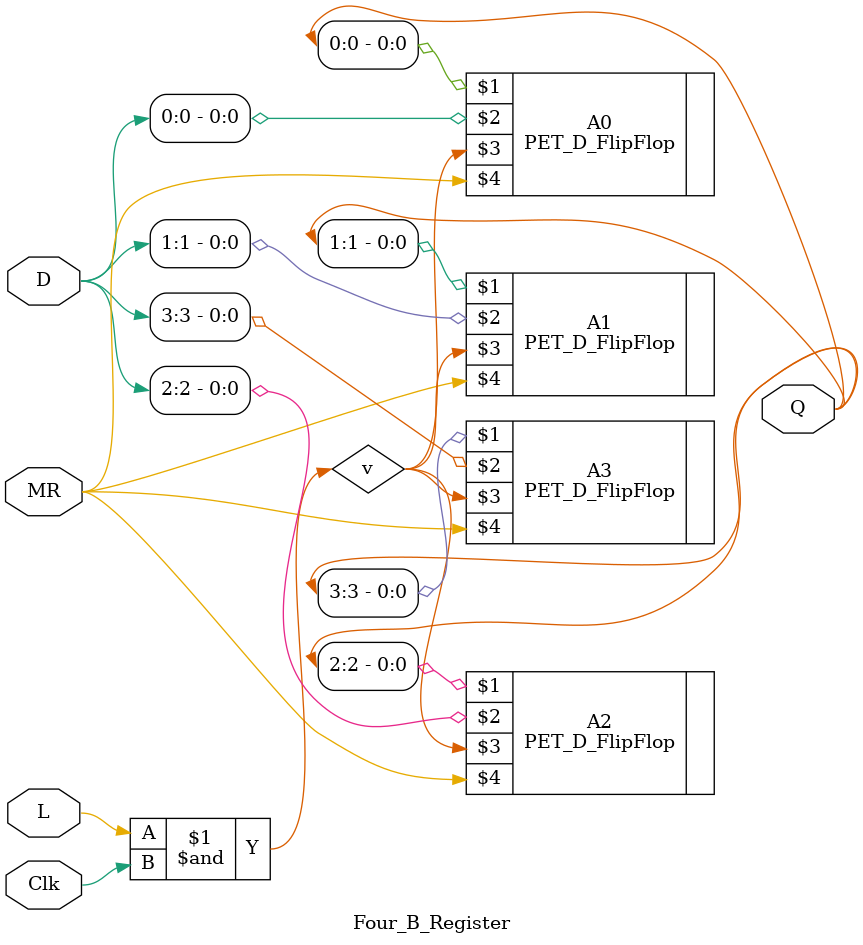
<source format=v>
`timescale 1ns / 1ps

module Four_B_Register(Q,D,Clk,L,MR);
input [3:0]D; input Clk,L,MR;
output [3:0]Q;

wire v;

and(v,L,Clk);
PET_D_FlipFlop A0(Q[0],D[0],v,MR);
PET_D_FlipFlop A1(Q[1],D[1],v,MR);
PET_D_FlipFlop A2(Q[2],D[2],v,MR);
PET_D_FlipFlop A3(Q[3],D[3],v,MR);

endmodule

</source>
